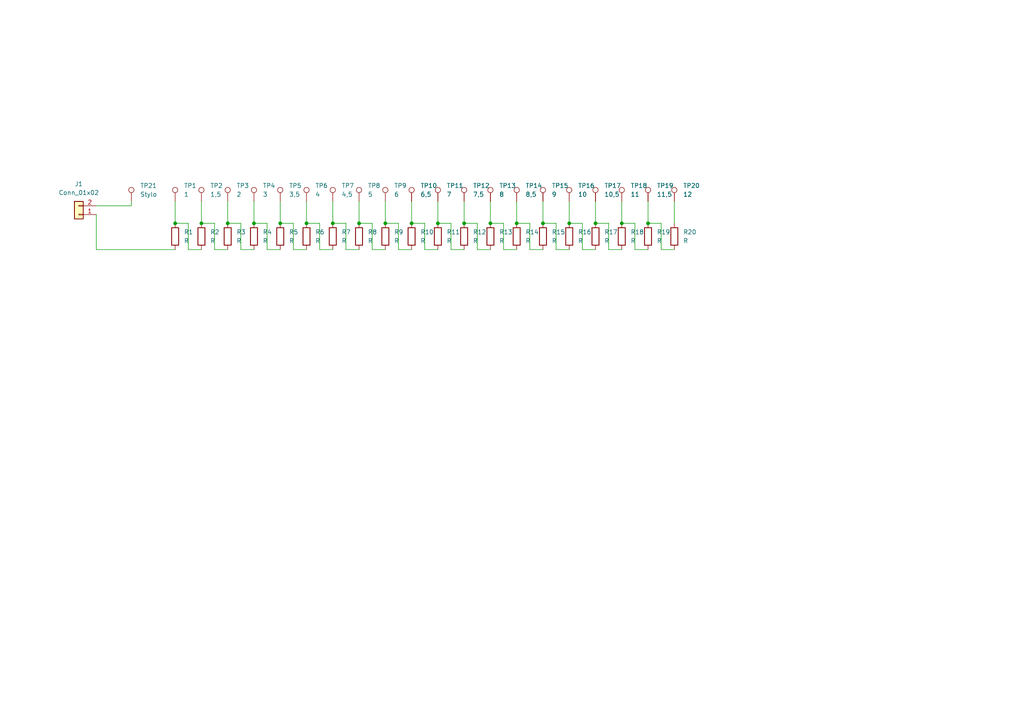
<source format=kicad_sch>
(kicad_sch (version 20211123) (generator eeschema)
  (paper "A4")
  (lib_symbols
    (symbol "Connector:TestPoint" (pin_numbers hide) (pin_names (offset 0.762) hide)
      (property "Reference" "TP" (at 0 6.858 0))
      (property "Value" "TestPoint" (at 0 5.08 0))
      (symbol "TestPoint_0_1"
        (circle (center 0 3.302) (radius 0.762))
      )
      (symbol "TestPoint_1_1"
        (pin passive line (at 0 0 90) (length 2.54) (name "1") (number "1"))
      )
    )
    (symbol "Connector_Generic:Conn_01x02" (pin_names (offset 1.016) hide)
      (property "Reference" "J" (at 0 2.54 0))
      (property "Value" "Conn_01x02" (at 0 -5.08 0))
      (symbol "Conn_01x02_1_1"
        (rectangle (start -1.27 -2.413) (end 0 -2.667) (stroke (width 0.1524)))
        (rectangle (start -1.27 0.127) (end 0 -0.127) (stroke (width 0.1524)))
        (rectangle (start -1.27 1.27) (end 1.27 -3.81) (stroke (width 0.254)) (fill (type background)))
        (pin passive line (at -5.08 0 0) (length 3.81) (name "Pin_1") (number "1"))
        (pin passive line (at -5.08 -2.54 0) (length 3.81) (name "Pin_2") (number "2"))
      )
    )
    (symbol "Device:R" (pin_numbers hide) (pin_names (offset 0))
      (property "Reference" "R" (at 2.032 0 90))
      (property "Value" "R" (at 0 0 90))
      (symbol "R_0_1"
        (rectangle (start -1.016 -2.54) (end 1.016 2.54) (stroke (width 0.254)))
      )
      (symbol "R_1_1"
        (pin passive line (at 0 3.81 270) (length 1.27) (name "~") (number "1"))
        (pin passive line (at 0 -3.81 90) (length 1.27) (name "~") (number "2"))
      )
    )
  )
  (junction (at 111.76 64.77))
  (junction (at 187.96 64.77))
  (junction (at 58.42 64.77))
  (junction (at 119.38 64.77))
  (junction (at 81.28 64.77))
  (junction (at 50.8 64.77))
  (junction (at 88.9 64.77))
  (junction (at 73.66 64.77))
  (junction (at 142.24 64.77))
  (junction (at 127 64.77))
  (junction (at 66.04 64.77))
  (junction (at 104.14 64.77))
  (junction (at 96.52 64.77))
  (junction (at 180.34 64.77))
  (junction (at 157.48 64.77))
  (junction (at 149.86 64.77))
  (junction (at 165.1 64.77))
  (junction (at 172.72 64.77))
  (junction (at 134.62 64.77))
  (wire (pts (xy 96.52 64.77) (xy 100.33 64.77)))
  (wire (pts (xy 69.85 64.77) (xy 69.85 72.39)))
  (wire (pts (xy 134.62 58.42) (xy 134.62 64.77)))
  (wire (pts (xy 92.71 64.77) (xy 92.71 72.39)))
  (wire (pts (xy 165.1 58.42) (xy 165.1 64.77)))
  (wire (pts (xy 88.9 64.77) (xy 92.71 64.77)))
  (wire (pts (xy 161.29 64.77) (xy 161.29 72.39)))
  (wire (pts (xy 157.48 58.42) (xy 157.48 64.77)))
  (wire (pts (xy 69.85 72.39) (xy 73.66 72.39)))
  (wire (pts (xy 184.15 72.39) (xy 187.96 72.39)))
  (wire (pts (xy 104.14 58.42) (xy 104.14 64.77)))
  (wire (pts (xy 184.15 64.77) (xy 184.15 72.39)))
  (wire (pts (xy 153.67 64.77) (xy 153.67 72.39)))
  (wire (pts (xy 123.19 72.39) (xy 127 72.39)))
  (wire (pts (xy 127 58.42) (xy 127 64.77)))
  (wire (pts (xy 149.86 64.77) (xy 153.67 64.77)))
  (wire (pts (xy 191.77 72.39) (xy 195.58 72.39)))
  (wire (pts (xy 187.96 58.42) (xy 187.96 64.77)))
  (wire (pts (xy 142.24 58.42) (xy 142.24 64.77)))
  (wire (pts (xy 107.95 64.77) (xy 107.95 72.39)))
  (wire (pts (xy 96.52 58.42) (xy 96.52 64.77)))
  (wire (pts (xy 27.94 62.23) (xy 27.94 72.39)))
  (wire (pts (xy 187.96 64.77) (xy 191.77 64.77)))
  (wire (pts (xy 77.47 64.77) (xy 77.47 72.39)))
  (wire (pts (xy 27.94 72.39) (xy 50.8 72.39)))
  (wire (pts (xy 138.43 64.77) (xy 138.43 72.39)))
  (wire (pts (xy 81.28 64.77) (xy 85.09 64.77)))
  (wire (pts (xy 50.8 58.42) (xy 50.8 64.77)))
  (wire (pts (xy 119.38 64.77) (xy 123.19 64.77)))
  (wire (pts (xy 180.34 64.77) (xy 184.15 64.77)))
  (wire (pts (xy 161.29 72.39) (xy 165.1 72.39)))
  (wire (pts (xy 54.61 72.39) (xy 58.42 72.39)))
  (wire (pts (xy 73.66 58.42) (xy 73.66 64.77)))
  (wire (pts (xy 58.42 64.77) (xy 62.23 64.77)))
  (wire (pts (xy 62.23 72.39) (xy 66.04 72.39)))
  (wire (pts (xy 149.86 58.42) (xy 149.86 64.77)))
  (wire (pts (xy 77.47 72.39) (xy 81.28 72.39)))
  (wire (pts (xy 138.43 72.39) (xy 142.24 72.39)))
  (wire (pts (xy 88.9 58.42) (xy 88.9 64.77)))
  (wire (pts (xy 111.76 64.77) (xy 115.57 64.77)))
  (wire (pts (xy 127 64.77) (xy 130.81 64.77)))
  (wire (pts (xy 115.57 72.39) (xy 119.38 72.39)))
  (wire (pts (xy 195.58 58.42) (xy 195.58 64.77)))
  (wire (pts (xy 115.57 64.77) (xy 115.57 72.39)))
  (wire (pts (xy 119.38 58.42) (xy 119.38 64.77)))
  (wire (pts (xy 176.53 72.39) (xy 180.34 72.39)))
  (wire (pts (xy 134.62 64.77) (xy 138.43 64.77)))
  (wire (pts (xy 168.91 72.39) (xy 172.72 72.39)))
  (wire (pts (xy 157.48 64.77) (xy 161.29 64.77)))
  (wire (pts (xy 130.81 64.77) (xy 130.81 72.39)))
  (wire (pts (xy 146.05 64.77) (xy 146.05 72.39)))
  (wire (pts (xy 81.28 58.42) (xy 81.28 64.77)))
  (wire (pts (xy 111.76 58.42) (xy 111.76 64.77)))
  (wire (pts (xy 38.1 59.69) (xy 38.1 58.42)))
  (wire (pts (xy 54.61 64.77) (xy 54.61 72.39)))
  (wire (pts (xy 73.66 64.77) (xy 77.47 64.77)))
  (wire (pts (xy 130.81 72.39) (xy 134.62 72.39)))
  (wire (pts (xy 176.53 64.77) (xy 176.53 72.39)))
  (wire (pts (xy 180.34 58.42) (xy 180.34 64.77)))
  (wire (pts (xy 58.42 58.42) (xy 58.42 64.77)))
  (wire (pts (xy 50.8 64.77) (xy 54.61 64.77)))
  (wire (pts (xy 191.77 64.77) (xy 191.77 72.39)))
  (wire (pts (xy 153.67 72.39) (xy 157.48 72.39)))
  (wire (pts (xy 172.72 64.77) (xy 176.53 64.77)))
  (wire (pts (xy 66.04 64.77) (xy 69.85 64.77)))
  (wire (pts (xy 27.94 59.69) (xy 38.1 59.69)))
  (wire (pts (xy 85.09 72.39) (xy 88.9 72.39)))
  (wire (pts (xy 123.19 64.77) (xy 123.19 72.39)))
  (wire (pts (xy 172.72 58.42) (xy 172.72 64.77)))
  (wire (pts (xy 66.04 58.42) (xy 66.04 64.77)))
  (wire (pts (xy 142.24 64.77) (xy 146.05 64.77)))
  (wire (pts (xy 165.1 64.77) (xy 168.91 64.77)))
  (wire (pts (xy 168.91 64.77) (xy 168.91 72.39)))
  (wire (pts (xy 107.95 72.39) (xy 111.76 72.39)))
  (wire (pts (xy 62.23 64.77) (xy 62.23 72.39)))
  (wire (pts (xy 100.33 72.39) (xy 104.14 72.39)))
  (wire (pts (xy 104.14 64.77) (xy 107.95 64.77)))
  (wire (pts (xy 92.71 72.39) (xy 96.52 72.39)))
  (wire (pts (xy 100.33 64.77) (xy 100.33 72.39)))
  (wire (pts (xy 146.05 72.39) (xy 149.86 72.39)))
  (wire (pts (xy 85.09 64.77) (xy 85.09 72.39)))
  (symbol (lib_id "Connector:TestPoint") (at 119.38 58.42 0) (unit 1)
    (property "Reference" "TP10" (at 121.92 53.8479 0) (effects (justify left)))
    (property "Value" "6,5" (at 121.92 56.3879 0) (effects (justify left)))
    (property "Footprint" "Connector_PinHeader_1.27mm:PinHeader_1x01_P1.27mm_Vertical" (effects hide))
  )
  (symbol (lib_id "Device:R") (at 104.14 68.58 0) (unit 1)
    (property "Reference" "R8" (at 106.68 67.3099 0) (effects (justify left)))
    (property "Value" "R" (at 106.68 69.8499 0) (effects (justify left)))
    (property "Footprint" "Resistor_SMD:R_0603_1608Metric" (effects hide))
  )
  (symbol (lib_id "Device:R") (at 96.52 68.58 0) (unit 1)
    (property "Reference" "R7" (at 99.06 67.3099 0) (effects (justify left)))
    (property "Value" "R" (at 99.06 69.8499 0) (effects (justify left)))
    (property "Footprint" "Resistor_SMD:R_0603_1608Metric" (effects hide))
  )
  (symbol (lib_id "Device:R") (at 165.1 68.58 0) (unit 1)
    (property "Reference" "R16" (at 167.64 67.3099 0) (effects (justify left)))
    (property "Value" "R" (at 167.64 69.8499 0) (effects (justify left)))
    (property "Footprint" "Resistor_SMD:R_0603_1608Metric" (effects hide))
  )
  (symbol (lib_id "Connector:TestPoint") (at 172.72 58.42 0) (unit 1)
    (property "Reference" "TP17" (at 175.26 53.8479 0) (effects (justify left)))
    (property "Value" "10,5" (at 175.26 56.3879 0) (effects (justify left)))
    (property "Footprint" "Connector_PinHeader_1.27mm:PinHeader_1x01_P1.27mm_Vertical" (effects hide))
  )
  (symbol (lib_id "Connector:TestPoint") (at 195.58 58.42 0) (unit 1)
    (property "Reference" "TP20" (at 198.12 53.8479 0) (effects (justify left)))
    (property "Value" "12" (at 198.12 56.3879 0) (effects (justify left)))
    (property "Footprint" "Connector_PinHeader_1.27mm:PinHeader_1x01_P1.27mm_Vertical" (effects hide))
  )
  (symbol (lib_id "Device:R") (at 157.48 68.58 0) (unit 1)
    (property "Reference" "R15" (at 160.02 67.3099 0) (effects (justify left)))
    (property "Value" "R" (at 160.02 69.8499 0) (effects (justify left)))
    (property "Footprint" "Resistor_SMD:R_0603_1608Metric" (effects hide))
  )
  (symbol (lib_id "Connector:TestPoint") (at 50.8 58.42 0) (unit 1)
    (property "Reference" "TP1" (at 53.34 53.8479 0) (effects (justify left)))
    (property "Value" "1" (at 53.34 56.3879 0) (effects (justify left)))
    (property "Footprint" "stylo:Left" (effects hide))
  )
  (symbol (lib_id "Connector:TestPoint") (at 157.48 58.42 0) (unit 1)
    (property "Reference" "TP15" (at 160.02 53.8479 0) (effects (justify left)))
    (property "Value" "9" (at 160.02 56.3879 0) (effects (justify left)))
    (property "Footprint" "Connector_PinHeader_1.27mm:PinHeader_1x01_P1.27mm_Vertical" (effects hide))
  )
  (symbol (lib_id "Device:R") (at 50.8 68.58 0) (unit 1)
    (property "Reference" "R1" (at 53.34 67.3099 0) (effects (justify left)))
    (property "Value" "R" (at 53.34 69.8499 0) (effects (justify left)))
    (property "Footprint" "Resistor_SMD:R_0603_1608Metric" (effects hide))
  )
  (symbol (lib_id "Connector:TestPoint") (at 81.28 58.42 0) (unit 1)
    (property "Reference" "TP5" (at 83.82 53.8479 0) (effects (justify left)))
    (property "Value" "3,5" (at 83.82 56.3879 0) (effects (justify left)))
    (property "Footprint" "Connector_PinHeader_1.27mm:PinHeader_1x01_P1.27mm_Vertical" (effects hide))
  )
  (symbol (lib_id "Device:R") (at 134.62 68.58 0) (unit 1)
    (property "Reference" "R12" (at 137.16 67.3099 0) (effects (justify left)))
    (property "Value" "R" (at 137.16 69.8499 0) (effects (justify left)))
    (property "Footprint" "Resistor_SMD:R_0603_1608Metric" (effects hide))
  )
  (symbol (lib_id "Connector:TestPoint") (at 111.76 58.42 0) (unit 1)
    (property "Reference" "TP9" (at 114.3 53.8479 0) (effects (justify left)))
    (property "Value" "6" (at 114.3 56.3879 0) (effects (justify left)))
    (property "Footprint" "stylo:Left" (effects hide))
  )
  (symbol (lib_id "Device:R") (at 172.72 68.58 0) (unit 1)
    (property "Reference" "R17" (at 175.26 67.3099 0) (effects (justify left)))
    (property "Value" "R" (at 175.26 69.8499 0) (effects (justify left)))
    (property "Footprint" "Resistor_SMD:R_0603_1608Metric" (effects hide))
  )
  (symbol (lib_id "Connector:TestPoint") (at 142.24 58.42 0) (unit 1)
    (property "Reference" "TP13" (at 144.78 53.8479 0) (effects (justify left)))
    (property "Value" "8" (at 144.78 56.3879 0) (effects (justify left)))
    (property "Footprint" "Connector_PinHeader_1.27mm:PinHeader_1x01_P1.27mm_Vertical" (effects hide))
  )
  (symbol (lib_id "Connector:TestPoint") (at 96.52 58.42 0) (unit 1)
    (property "Reference" "TP7" (at 99.06 53.8479 0) (effects (justify left)))
    (property "Value" "4,5" (at 99.06 56.3879 0) (effects (justify left)))
    (property "Footprint" "Connector_PinHeader_1.27mm:PinHeader_1x01_P1.27mm_Vertical" (effects hide))
  )
  (symbol (lib_id "Device:R") (at 88.9 68.58 0) (unit 1)
    (property "Reference" "R6" (at 91.44 67.3099 0) (effects (justify left)))
    (property "Value" "R" (at 91.44 69.8499 0) (effects (justify left)))
    (property "Footprint" "Resistor_SMD:R_0603_1608Metric" (effects hide))
  )
  (symbol (lib_id "Device:R") (at 119.38 68.58 0) (unit 1)
    (property "Reference" "R10" (at 121.92 67.3099 0) (effects (justify left)))
    (property "Value" "R" (at 121.92 69.8499 0) (effects (justify left)))
    (property "Footprint" "Resistor_SMD:R_0603_1608Metric" (effects hide))
  )
  (symbol (lib_id "Device:R") (at 111.76 68.58 0) (unit 1)
    (property "Reference" "R9" (at 114.3 67.3099 0) (effects (justify left)))
    (property "Value" "R" (at 114.3 69.8499 0) (effects (justify left)))
    (property "Footprint" "Resistor_SMD:R_0603_1608Metric" (effects hide))
  )
  (symbol (lib_id "Connector_Generic:Conn_01x02") (at 22.86 62.23 180) (unit 1)
    (property "Reference" "J1" (at 22.86 53.34 0))
    (property "Value" "Conn_01x02" (at 22.86 55.88 0))
    (property "Footprint" "Connector_PinHeader_2.54mm:PinHeader_1x02_P2.54mm_Vertical" (effects hide))
  )
  (symbol (lib_id "Device:R") (at 195.58 68.58 0) (unit 1)
    (property "Reference" "R20" (at 198.12 67.3099 0) (effects (justify left)))
    (property "Value" "R" (at 198.12 69.8499 0) (effects (justify left)))
    (property "Footprint" "Resistor_SMD:R_0603_1608Metric" (effects hide))
  )
  (symbol (lib_id "Connector:TestPoint") (at 38.1 58.42 0) (unit 1)
    (property "Reference" "TP21" (at 40.64 53.8479 0) (effects (justify left)))
    (property "Value" "Stylo" (at 40.64 56.3879 0) (effects (justify left)))
    (property "Footprint" "Connector_PinHeader_1.27mm:PinHeader_1x01_P1.27mm_Vertical" (effects hide))
  )
  (symbol (lib_id "Connector:TestPoint") (at 88.9 58.42 0) (unit 1)
    (property "Reference" "TP6" (at 91.44 53.8479 0) (effects (justify left)))
    (property "Value" "4" (at 91.44 56.3879 0) (effects (justify left)))
    (property "Footprint" "Connector_PinHeader_1.27mm:PinHeader_1x01_P1.27mm_Vertical" (effects hide))
  )
  (symbol (lib_id "Connector:TestPoint") (at 134.62 58.42 0) (unit 1)
    (property "Reference" "TP12" (at 137.16 53.8479 0) (effects (justify left)))
    (property "Value" "7,5" (at 137.16 56.3879 0) (effects (justify left)))
    (property "Footprint" "Connector_PinHeader_1.27mm:PinHeader_1x01_P1.27mm_Vertical" (effects hide))
  )
  (symbol (lib_id "Connector:TestPoint") (at 127 58.42 0) (unit 1)
    (property "Reference" "TP11" (at 129.54 53.8479 0) (effects (justify left)))
    (property "Value" "7" (at 129.54 56.3879 0) (effects (justify left)))
    (property "Footprint" "Connector_PinHeader_1.27mm:PinHeader_1x01_P1.27mm_Vertical" (effects hide))
  )
  (symbol (lib_id "Device:R") (at 127 68.58 0) (unit 1)
    (property "Reference" "R11" (at 129.54 67.3099 0) (effects (justify left)))
    (property "Value" "R" (at 129.54 69.8499 0) (effects (justify left)))
    (property "Footprint" "Resistor_SMD:R_0603_1608Metric" (effects hide))
  )
  (symbol (lib_id "Device:R") (at 73.66 68.58 0) (unit 1)
    (property "Reference" "R4" (at 76.2 67.3099 0) (effects (justify left)))
    (property "Value" "R" (at 76.2 69.8499 0) (effects (justify left)))
    (property "Footprint" "Resistor_SMD:R_0603_1608Metric" (effects hide))
  )
  (symbol (lib_id "Connector:TestPoint") (at 187.96 58.42 0) (unit 1)
    (property "Reference" "TP19" (at 190.5 53.8479 0) (effects (justify left)))
    (property "Value" "11,5" (at 190.5 56.3879 0) (effects (justify left)))
    (property "Footprint" "Connector_PinHeader_1.27mm:PinHeader_1x01_P1.27mm_Vertical" (effects hide))
  )
  (symbol (lib_id "Connector:TestPoint") (at 104.14 58.42 0) (unit 1)
    (property "Reference" "TP8" (at 106.68 53.8479 0) (effects (justify left)))
    (property "Value" "5" (at 106.68 56.3879 0) (effects (justify left)))
    (property "Footprint" "Connector_PinHeader_1.27mm:PinHeader_1x01_P1.27mm_Vertical" (effects hide))
  )
  (symbol (lib_id "Device:R") (at 142.24 68.58 0) (unit 1)
    (property "Reference" "R13" (at 144.78 67.3099 0) (effects (justify left)))
    (property "Value" "R" (at 144.78 69.8499 0) (effects (justify left)))
    (property "Footprint" "Resistor_SMD:R_0603_1608Metric" (effects hide))
  )
  (symbol (lib_id "Connector:TestPoint") (at 165.1 58.42 0) (unit 1)
    (property "Reference" "TP16" (at 167.64 53.8479 0) (effects (justify left)))
    (property "Value" "10" (at 167.64 56.3879 0) (effects (justify left)))
    (property "Footprint" "stylo:Left" (effects hide))
  )
  (symbol (lib_id "Device:R") (at 180.34 68.58 0) (unit 1)
    (property "Reference" "R18" (at 182.88 67.3099 0) (effects (justify left)))
    (property "Value" "R" (at 182.88 69.8499 0) (effects (justify left)))
    (property "Footprint" "Resistor_SMD:R_0603_1608Metric" (effects hide))
  )
  (symbol (lib_id "Connector:TestPoint") (at 58.42 58.42 0) (unit 1)
    (property "Reference" "TP2" (at 60.96 53.8479 0) (effects (justify left)))
    (property "Value" "1,5" (at 60.96 56.3879 0) (effects (justify left)))
    (property "Footprint" "Connector_PinHeader_1.27mm:PinHeader_1x01_P1.27mm_Vertical" (effects hide))
  )
  (symbol (lib_id "Connector:TestPoint") (at 66.04 58.42 0) (unit 1)
    (property "Reference" "TP3" (at 68.58 53.8479 0) (effects (justify left)))
    (property "Value" "2" (at 68.58 56.3879 0) (effects (justify left)))
    (property "Footprint" "Connector_PinHeader_1.27mm:PinHeader_1x01_P1.27mm_Vertical" (effects hide))
  )
  (symbol (lib_id "Device:R") (at 58.42 68.58 0) (unit 1)
    (property "Reference" "R2" (at 60.96 67.3099 0) (effects (justify left)))
    (property "Value" "R" (at 60.96 69.8499 0) (effects (justify left)))
    (property "Footprint" "Resistor_SMD:R_0603_1608Metric" (effects hide))
  )
  (symbol (lib_id "Connector:TestPoint") (at 73.66 58.42 0) (unit 1)
    (property "Reference" "TP4" (at 76.2 53.8479 0) (effects (justify left)))
    (property "Value" "3" (at 76.2 56.3879 0) (effects (justify left)))
    (property "Footprint" "stylo:Left" (effects hide))
  )
  (symbol (lib_id "Device:R") (at 149.86 68.58 0) (unit 1)
    (property "Reference" "R14" (at 152.4 67.3099 0) (effects (justify left)))
    (property "Value" "R" (at 152.4 69.8499 0) (effects (justify left)))
    (property "Footprint" "Resistor_SMD:R_0603_1608Metric" (effects hide))
  )
  (symbol (lib_id "Connector:TestPoint") (at 149.86 58.42 0) (unit 1)
    (property "Reference" "TP14" (at 152.4 53.8479 0) (effects (justify left)))
    (property "Value" "8,5" (at 152.4 56.3879 0) (effects (justify left)))
    (property "Footprint" "Connector_PinHeader_1.27mm:PinHeader_1x01_P1.27mm_Vertical" (effects hide))
  )
  (symbol (lib_id "Connector:TestPoint") (at 180.34 58.42 0) (unit 1)
    (property "Reference" "TP18" (at 182.88 53.8479 0) (effects (justify left)))
    (property "Value" "11" (at 182.88 56.3879 0) (effects (justify left)))
    (property "Footprint" "Connector_PinHeader_1.27mm:PinHeader_1x01_P1.27mm_Vertical" (effects hide))
  )
  (symbol (lib_id "Device:R") (at 66.04 68.58 0) (unit 1)
    (property "Reference" "R3" (at 68.58 67.3099 0) (effects (justify left)))
    (property "Value" "R" (at 68.58 69.8499 0) (effects (justify left)))
    (property "Footprint" "Resistor_SMD:R_0603_1608Metric" (effects hide))
  )
  (symbol (lib_id "Device:R") (at 81.28 68.58 0) (unit 1)
    (property "Reference" "R5" (at 83.82 67.3099 0) (effects (justify left)))
    (property "Value" "R" (at 83.82 69.8499 0) (effects (justify left)))
    (property "Footprint" "Resistor_SMD:R_0603_1608Metric" (effects hide))
  )
  (symbol (lib_id "Device:R") (at 187.96 68.58 0) (unit 1)
    (property "Reference" "R19" (at 190.5 67.3099 0) (effects (justify left)))
    (property "Value" "R" (at 190.5 69.8499 0) (effects (justify left)))
    (property "Footprint" "Resistor_SMD:R_0603_1608Metric" (effects hide))
  )
)
</source>
